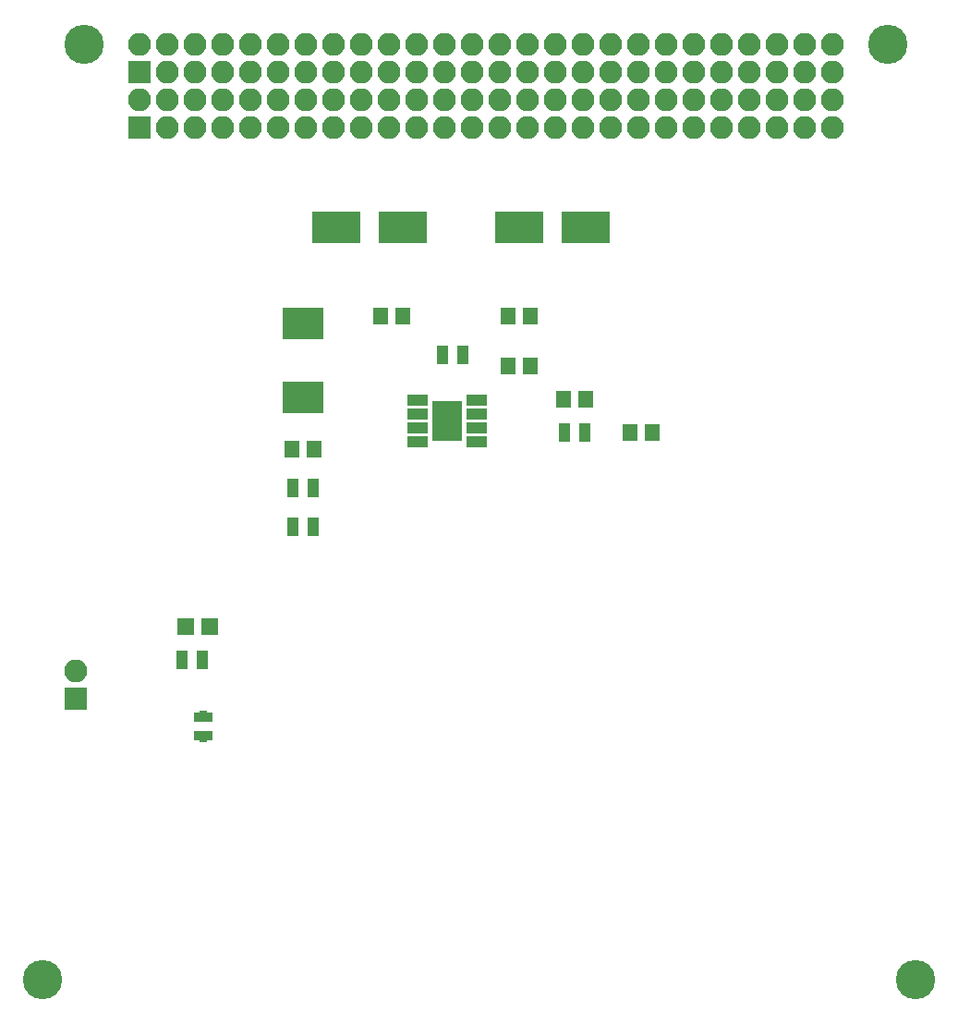
<source format=gbr>
G04 #@! TF.FileFunction,Soldermask,Top*
%FSLAX46Y46*%
G04 Gerber Fmt 4.6, Leading zero omitted, Abs format (unit mm)*
G04 Created by KiCad (PCBNEW 4.0.7) date Mon Jul  2 20:07:42 2018*
%MOMM*%
%LPD*%
G01*
G04 APERTURE LIST*
%ADD10C,0.100000*%
%ADD11R,4.400000X2.900000*%
%ADD12R,1.400000X1.650000*%
%ADD13R,3.700000X2.900000*%
%ADD14R,1.600000X1.600000*%
%ADD15R,2.100000X2.100000*%
%ADD16O,2.100000X2.100000*%
%ADD17R,1.100000X1.700000*%
%ADD18R,1.950000X1.000000*%
%ADD19R,1.600000X2.000000*%
%ADD20R,0.775000X0.900000*%
%ADD21R,0.700000X1.050000*%
%ADD22C,3.600000*%
G04 APERTURE END LIST*
D10*
D11*
X152906000Y-70104000D03*
X159006000Y-70104000D03*
D12*
X151908000Y-78232000D03*
X153908000Y-78232000D03*
X163084000Y-88900000D03*
X165084000Y-88900000D03*
X153908000Y-82804000D03*
X151908000Y-82804000D03*
X156988000Y-85852000D03*
X158988000Y-85852000D03*
X132096000Y-90424000D03*
X134096000Y-90424000D03*
X142224000Y-78232000D03*
X140224000Y-78232000D03*
D11*
X142242000Y-70104000D03*
X136142000Y-70104000D03*
D13*
X133096000Y-78896000D03*
X133096000Y-85696000D03*
D14*
X122344000Y-106680000D03*
X124544000Y-106680000D03*
D15*
X118110000Y-60960000D03*
D16*
X118110000Y-58420000D03*
X120650000Y-60960000D03*
X120650000Y-58420000D03*
X123190000Y-60960000D03*
X123190000Y-58420000D03*
X125730000Y-60960000D03*
X125730000Y-58420000D03*
X128270000Y-60960000D03*
X128270000Y-58420000D03*
X130810000Y-60960000D03*
X130810000Y-58420000D03*
X133350000Y-60960000D03*
X133350000Y-58420000D03*
X135890000Y-60960000D03*
X135890000Y-58420000D03*
X138430000Y-60960000D03*
X138430000Y-58420000D03*
X140970000Y-60960000D03*
X140970000Y-58420000D03*
X143510000Y-60960000D03*
X143510000Y-58420000D03*
X146050000Y-60960000D03*
X146050000Y-58420000D03*
X148590000Y-60960000D03*
X148590000Y-58420000D03*
X151130000Y-60960000D03*
X151130000Y-58420000D03*
X153670000Y-60960000D03*
X153670000Y-58420000D03*
X156210000Y-60960000D03*
X156210000Y-58420000D03*
X158750000Y-60960000D03*
X158750000Y-58420000D03*
X161290000Y-60960000D03*
X161290000Y-58420000D03*
X163830000Y-60960000D03*
X163830000Y-58420000D03*
X166370000Y-60960000D03*
X166370000Y-58420000D03*
X168910000Y-60960000D03*
X168910000Y-58420000D03*
X171450000Y-60960000D03*
X171450000Y-58420000D03*
X173990000Y-60960000D03*
X173990000Y-58420000D03*
X176530000Y-60960000D03*
X176530000Y-58420000D03*
X179070000Y-60960000D03*
X179070000Y-58420000D03*
X181610000Y-60960000D03*
X181610000Y-58420000D03*
D15*
X118110000Y-55879995D03*
D16*
X118110000Y-53339995D03*
X120650000Y-55879995D03*
X120650000Y-53339995D03*
X123190000Y-55879995D03*
X123190000Y-53339995D03*
X125730000Y-55879995D03*
X125730000Y-53339995D03*
X128270000Y-55879995D03*
X128270000Y-53339995D03*
X130810000Y-55879995D03*
X130810000Y-53339995D03*
X133350000Y-55879995D03*
X133350000Y-53339995D03*
X135890000Y-55879995D03*
X135890000Y-53339995D03*
X138430000Y-55879995D03*
X138430000Y-53339995D03*
X140970000Y-55879995D03*
X140970000Y-53339995D03*
X143510000Y-55879995D03*
X143510000Y-53339995D03*
X146050000Y-55879995D03*
X146050000Y-53339995D03*
X148590000Y-55879995D03*
X148590000Y-53339995D03*
X151130000Y-55879995D03*
X151130000Y-53339995D03*
X153670000Y-55879995D03*
X153670000Y-53339995D03*
X156210000Y-55879995D03*
X156210000Y-53339995D03*
X158750000Y-55879995D03*
X158750000Y-53339995D03*
X161290000Y-55879995D03*
X161290000Y-53339995D03*
X163830000Y-55879995D03*
X163830000Y-53339995D03*
X166370000Y-55879995D03*
X166370000Y-53339995D03*
X168910000Y-55879995D03*
X168910000Y-53339995D03*
X171450000Y-55879995D03*
X171450000Y-53339995D03*
X173990000Y-55879995D03*
X173990000Y-53339995D03*
X176530000Y-55879995D03*
X176530000Y-53339995D03*
X179070000Y-55879995D03*
X179070000Y-53339995D03*
X181610000Y-55879995D03*
X181610000Y-53339995D03*
D15*
X112268000Y-113284000D03*
D16*
X112268000Y-110744000D03*
D17*
X147762000Y-81788000D03*
X145862000Y-81788000D03*
X132146000Y-93980000D03*
X134046000Y-93980000D03*
X134046000Y-97536000D03*
X132146000Y-97536000D03*
X157038000Y-88900000D03*
X158938000Y-88900000D03*
X123886000Y-109728000D03*
X121986000Y-109728000D03*
D18*
X149004000Y-89789000D03*
X149004000Y-88519000D03*
X149004000Y-87249000D03*
X149004000Y-85979000D03*
X143604000Y-85979000D03*
X143604000Y-87249000D03*
X143604000Y-88519000D03*
X143604000Y-89789000D03*
D19*
X145704000Y-87084000D03*
X145704000Y-88684000D03*
X146904000Y-87084000D03*
X146904000Y-88684000D03*
D20*
X124489500Y-114974000D03*
X123414500Y-114974000D03*
D21*
X123952000Y-116749000D03*
X123952000Y-114899000D03*
D20*
X123414500Y-116674000D03*
X124489500Y-116674000D03*
D22*
X113030000Y-53340000D03*
X186690000Y-53340000D03*
X109220000Y-139070000D03*
X189230000Y-139070000D03*
M02*

</source>
